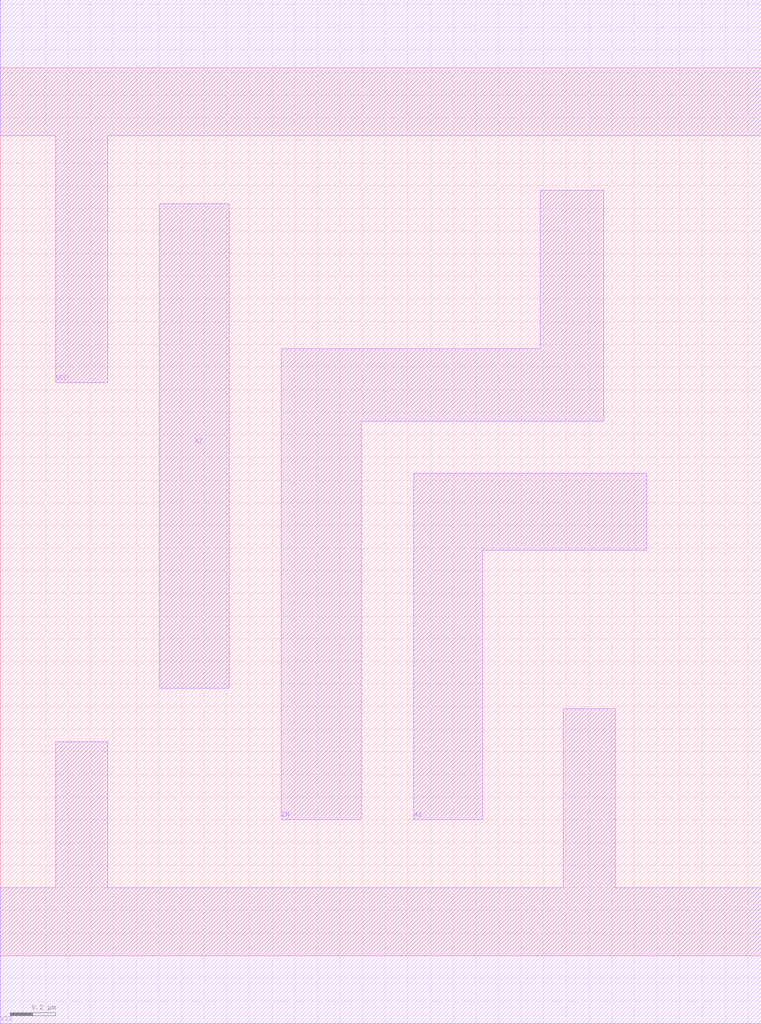
<source format=lef>
# Copyright 2022 GlobalFoundries PDK Authors
#
# Licensed under the Apache License, Version 2.0 (the "License");
# you may not use this file except in compliance with the License.
# You may obtain a copy of the License at
#
#      http://www.apache.org/licenses/LICENSE-2.0
#
# Unless required by applicable law or agreed to in writing, software
# distributed under the License is distributed on an "AS IS" BASIS,
# WITHOUT WARRANTIES OR CONDITIONS OF ANY KIND, either express or implied.
# See the License for the specific language governing permissions and
# limitations under the License.

MACRO gf180mcu_fd_sc_mcu7t5v0__nor2_1
  CLASS core ;
  FOREIGN gf180mcu_fd_sc_mcu7t5v0__nor2_1 0.0 0.0 ;
  ORIGIN 0 0 ;
  SYMMETRY X Y ;
  SITE GF018hv5v_mcu_sc7 ;
  SIZE 3.36 BY 3.92 ;
  PIN A1
    DIRECTION INPUT ;
    ANTENNAGATEAREA 0.949 ;
    PORT
      LAYER Metal1 ;
        POLYGON 1.825 0.6 2.13 0.6 2.13 1.79 2.855 1.79 2.855 2.13 1.825 2.13  ;
    END
  END A1
  PIN A2
    DIRECTION INPUT ;
    ANTENNAGATEAREA 0.949 ;
    PORT
      LAYER Metal1 ;
        POLYGON 0.705 1.18 1.01 1.18 1.01 3.32 0.705 3.32  ;
    END
  END A2
  PIN ZN
    DIRECTION OUTPUT ;
    ANTENNADIFFAREA 0.8306 ;
    PORT
      LAYER Metal1 ;
        POLYGON 1.24 0.6 1.595 0.6 1.595 2.36 2.665 2.36 2.665 3.38 2.385 3.38 2.385 2.68 1.24 2.68  ;
    END
  END ZN
  PIN VDD
    DIRECTION INOUT ;
    USE power ;
    SHAPE ABUTMENT ;
    PORT
      LAYER Metal1 ;
        POLYGON 0 3.62 0.245 3.62 0.245 2.53 0.475 2.53 0.475 3.62 3.36 3.62 3.36 4.22 0 4.22  ;
    END
  END VDD
  PIN VSS
    DIRECTION INOUT ;
    USE ground ;
    SHAPE ABUTMENT ;
    PORT
      LAYER Metal1 ;
        POLYGON 0 -0.3 3.36 -0.3 3.36 0.3 2.715 0.3 2.715 1.09 2.485 1.09 2.485 0.3 0.475 0.3 0.475 0.945 0.245 0.945 0.245 0.3 0 0.3  ;
    END
  END VSS
END gf180mcu_fd_sc_mcu7t5v0__nor2_1

</source>
